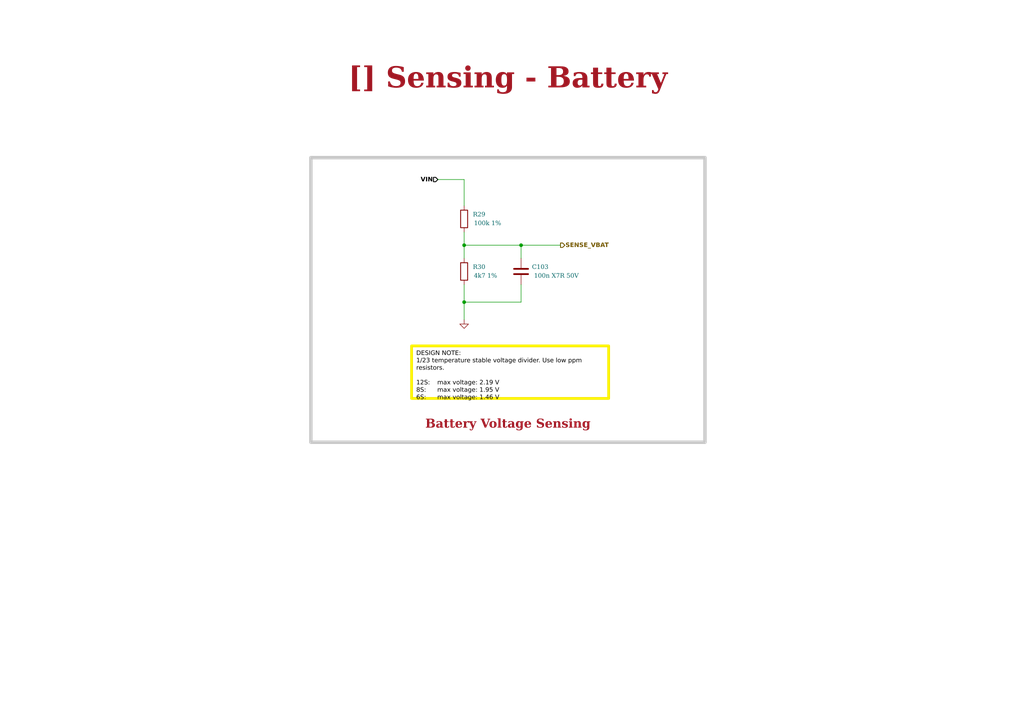
<source format=kicad_sch>
(kicad_sch (version 20231120) (generator "eeschema") (generator_version "8.0")
  (paper "A4")
  (title_block (title "Sensing - Battery") (date "2023-10-14") (rev "${REVISION}") (company "${COMPANY}"))
  (lib_symbols
    (symbol "Device:C" (pin_numbers hide) (pin_names (offset 0.254))
      (property "Reference" "C" (at 0.635 2.54 0))
      (property "Value" "C" (at 0.635 -2.54 0))
      (symbol "C_0_1"
        (polyline (pts (xy -2.032 -0.762) (xy 2.032 -0.762)) (stroke (width 0.508)))
        (polyline (pts (xy -2.032 0.762) (xy 2.032 0.762)) (stroke (width 0.508)))
      )
      (symbol "C_1_1"
        (pin passive line (at 0 3.81 270) (length 2.794) (name "~") (number "1"))
        (pin passive line (at 0 -3.81 90) (length 2.794) (name "~") (number "2"))
      )
    )
    (symbol "Device:R" (pin_numbers hide) (pin_names (offset 0))
      (property "Reference" "R" (at 2.032 0 90))
      (property "Value" "R" (at 0 0 90))
      (symbol "R_0_1"
        (rectangle (start -1.016 -2.54) (end 1.016 2.54) (stroke (width 0.254)))
      )
      (symbol "R_1_1"
        (pin passive line (at 0 3.81 270) (length 1.27) (name "~") (number "1"))
        (pin passive line (at 0 -3.81 90) (length 1.27) (name "~") (number "2"))
      )
    )
    (symbol "power:GND" (power) (pin_names (offset 0))
      (property "Value" "GND" (at 0 -3.81 0))
      (symbol "GND_0_1"
        (polyline (pts (xy 0 0) (xy 0 -1.27) (xy 1.27 -1.27) (xy 0 -2.54) (xy -1.27 -1.27) (xy 0 -1.27)))
      )
      (symbol "GND_1_1"
        (pin power_in line (at 0 0 270) (length 0) hide (name "GND") (number "1"))
      )
    )
  )
  (junction (at 134.62 71.12))
  (junction (at 151.13 71.12))
  (junction (at 134.62 87.63))
  (wire (pts (xy 151.13 71.12) (xy 151.13 74.93)))
  (wire (pts (xy 151.13 71.12) (xy 134.62 71.12)))
  (wire (pts (xy 134.62 59.69) (xy 134.62 52.07)))
  (wire (pts (xy 151.13 82.55) (xy 151.13 87.63)))
  (wire (pts (xy 134.62 71.12) (xy 134.62 74.93)))
  (wire (pts (xy 151.13 87.63) (xy 134.62 87.63)))
  (wire (pts (xy 151.13 71.12) (xy 162.56 71.12)))
  (wire (pts (xy 134.62 52.07) (xy 127 52.07)))
  (wire (pts (xy 134.62 67.31) (xy 134.62 71.12)))
  (wire (pts (xy 134.62 92.71) (xy 134.62 87.63)))
  (wire (pts (xy 134.62 87.63) (xy 134.62 82.55)))
  (rectangle (start 90.17 45.72) (end 204.47 128.27) (stroke (width 1) (color 200 200 200 1)))
  (text_box "[${#}] ${TITLE}" (at 78.74 16.51 0) (size 137.16 12.7) (stroke (width -0.0001)) (effects (font (size 6 6) (thickness 1.2) (bold yes))))
  (text_box "DESIGN NOTE:\n1/23 temperature stable voltage divider. Use low ppm resistors.\n\n12S: 	max voltage: 2.19 V\n8S: 	max voltage: 1.95 V\n6S: 	max voltage: 1.46 V" (at 119.38 100.33 0) (size 57.15 15.24) (stroke (width 0.8) (color 250 236 0 1)) (effects (font (size 1.27 1.27)) (justify left top)))
  (text_box "Battery Voltage Sensing" (at 91.44 116.84 0) (size 111.76 9.525) (stroke (width -0.0001)) (effects (font (size 2.54 2.54) (thickness 0.508) (bold yes)) (justify bottom)))
  (hierarchical_label "VIN" (shape input) (at 127 52.07 180) (effects (font (bold yes))))
  (hierarchical_label "SENSE_VBAT" (shape output) (at 162.56 71.12 0) (effects (font (bold yes))))
  (symbol (lib_id "Device:R") (at 134.62 78.74 0) (unit 1)
    (property "Reference" "R30" (at 137.16 77.47 0) (effects (justify left)))
    (property "Value" "4k7 1%" (at 137.16 80.01 0) (effects (justify left)))
    (property "Footprint" "0_resistor_smd:R_0402_1005_DensityHigh" (effects (hide yes)))
    (property "Datasheet" "https://www.yageo.com/upload/media/product/app/datasheet/rchip/pyu-rt_1-to-0.01_rohs_l.pdf" (effects (hide yes)))
    (property "Description" "4.7 kOhms ±1% 0.063W, 1/16W Chip Resistor 0402 (1005 Metric) Moisture Resistant Thin Film" (effects (hide yes)))
    (property "Supplier 1" "Digikey" (effects (hide yes)))
    (property "Supplier Part Number 1" "13-RT0402FRE134K7LCT-ND" (effects (hide yes)))
    (property "manf" "YAGEO" (effects (hide yes)))
    (property "manf#" "RT0402FRE134K7L" (effects (hide yes)))
  )
  (symbol (lib_id "Device:C") (at 151.13 78.74 0) (unit 1)
    (property "Reference" "C103" (at 154.305 77.47 0) (effects (justify left)))
    (property "Value" "100n X7R 50V" (at 154.305 80.01 0) (effects (justify left)))
    (property "Footprint" "0_capacitor_smd:C_0402_1005_DensityHigh" (effects (hide yes)))
    (property "Datasheet" "https://search.murata.co.jp/Ceramy/image/img/A01X/G101/ENG/GCM155R71H104KE02-01.pdf" (effects (hide yes)))
    (property "Description" "0.1 µF ±10% 50V Ceramic Capacitor X7R 0402 (1005 Metric)" (effects (hide yes)))
    (property "Supplier 1" "Digikey" (effects (hide yes)))
    (property "Supplier Part Number 1" "490-14514-1-ND" (effects (hide yes)))
    (property "manf" "Murata Electronics" (effects (hide yes)))
    (property "manf#" "GCM155R71H104KE02J" (effects (hide yes)))
  )
  (symbol (lib_id "power:GND") (at 134.62 92.71 0) (unit 1)
    (property "Reference" "#PWR046" (effects (hide yes)))
    (property "Value" "GND" (effects (hide yes)))
  )
  (symbol (lib_id "Device:R") (at 134.62 63.5 0) (unit 1)
    (property "Reference" "R29" (at 137.16 62.23 0) (effects (justify left)))
    (property "Value" "100k 1%" (at 137.16 64.77 0) (effects (justify left)))
    (property "Footprint" "0_resistor_smd:R_0402_1005_DensityHigh" (effects (hide yes)))
    (property "Datasheet" "https://www.yageo.com/upload/media/product/app/datasheet/rchip/pyu-rt_1-to-0.01_rohs_l.pdf" (effects (hide yes)))
    (property "Description" "100 kOhms ±1% 0.063W, 1/16W Chip Resistor 0402 (1005 Metric) Thin Film" (effects (hide yes)))
    (property "Supplier 1" "Digikey" (effects (hide yes)))
    (property "Supplier Part Number 1" "YAG2307CT-ND" (effects (hide yes)))
    (property "manf" "YAGEO" (effects (hide yes)))
    (property "manf#" "RT0402FRE07100KL" (effects (hide yes)))
  )
)
</source>
